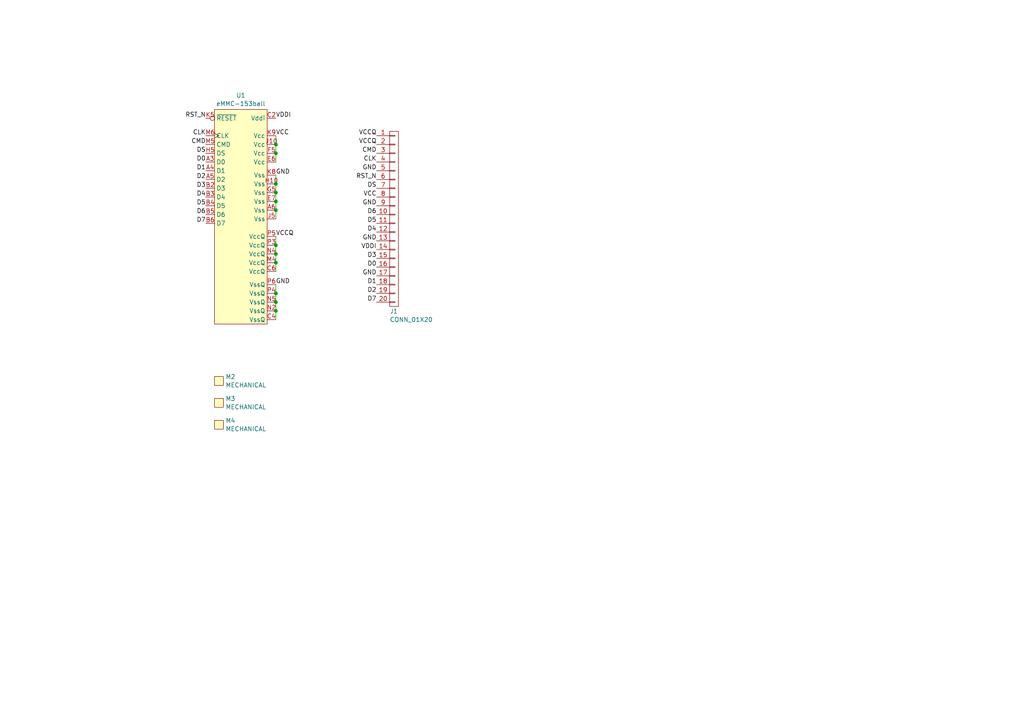
<source format=kicad_sch>
(kicad_sch (version 20231120) (generator "eeschema") (generator_version "8.0")
  (paper "A4")
  (lib_symbols
    (symbol "conn:CONN_01X20" (pin_names (offset 1.016) hide)
      (property "Reference" "J" (at 0 26.67 0))
      (property "Value" "CONN_01X20" (at 2.54 0 90))
      (symbol "CONN_01X20_0_1"
        (rectangle (start -1.27 -25.4) (end 1.27 25.4))
        (rectangle (start -1.27 -24.003) (end 0.254 -24.257))
        (rectangle (start -1.27 -21.463) (end 0.254 -21.717))
        (rectangle (start -1.27 -18.923) (end 0.254 -19.177))
        (rectangle (start -1.27 -16.383) (end 0.254 -16.637))
        (rectangle (start -1.27 -13.843) (end 0.254 -14.097))
        (rectangle (start -1.27 -11.303) (end 0.254 -11.557))
        (rectangle (start -1.27 -8.763) (end 0.254 -9.017))
        (rectangle (start -1.27 -6.223) (end 0.254 -6.477))
        (rectangle (start -1.27 -3.683) (end 0.254 -3.937))
        (rectangle (start -1.27 -1.143) (end 0.254 -1.397))
        (rectangle (start -1.27 1.397) (end 0.254 1.143))
        (rectangle (start -1.27 3.937) (end 0.254 3.683))
        (rectangle (start -1.27 6.477) (end 0.254 6.223))
        (rectangle (start -1.27 9.017) (end 0.254 8.763))
        (rectangle (start -1.27 11.557) (end 0.254 11.303))
        (rectangle (start -1.27 14.097) (end 0.254 13.843))
        (rectangle (start -1.27 16.637) (end 0.254 16.383))
        (rectangle (start -1.27 19.177) (end 0.254 18.923))
        (rectangle (start -1.27 21.717) (end 0.254 21.463))
        (rectangle (start -1.27 24.257) (end 0.254 24.003))
      )
      (symbol "CONN_01X20_1_1"
        (pin passive line (at -5.08 24.13 0) (length 3.81) (name "P1") (number "1"))
        (pin passive line (at -5.08 1.27 0) (length 3.81) (name "P10") (number "10"))
        (pin passive line (at -5.08 -1.27 0) (length 3.81) (name "P11") (number "11"))
        (pin passive line (at -5.08 -3.81 0) (length 3.81) (name "P12") (number "12"))
        (pin passive line (at -5.08 -6.35 0) (length 3.81) (name "P13") (number "13"))
        (pin passive line (at -5.08 -8.89 0) (length 3.81) (name "P14") (number "14"))
        (pin passive line (at -5.08 -11.43 0) (length 3.81) (name "P15") (number "15"))
        (pin passive line (at -5.08 -13.97 0) (length 3.81) (name "P16") (number "16"))
        (pin passive line (at -5.08 -16.51 0) (length 3.81) (name "P17") (number "17"))
        (pin passive line (at -5.08 -19.05 0) (length 3.81) (name "P18") (number "18"))
        (pin passive line (at -5.08 -21.59 0) (length 3.81) (name "P19") (number "19"))
        (pin passive line (at -5.08 21.59 0) (length 3.81) (name "P2") (number "2"))
        (pin passive line (at -5.08 -24.13 0) (length 3.81) (name "P20") (number "20"))
        (pin passive line (at -5.08 19.05 0) (length 3.81) (name "P3") (number "3"))
        (pin passive line (at -5.08 16.51 0) (length 3.81) (name "P4") (number "4"))
        (pin passive line (at -5.08 13.97 0) (length 3.81) (name "P5") (number "5"))
        (pin passive line (at -5.08 11.43 0) (length 3.81) (name "P6") (number "6"))
        (pin passive line (at -5.08 8.89 0) (length 3.81) (name "P7") (number "7"))
        (pin passive line (at -5.08 6.35 0) (length 3.81) (name "P8") (number "8"))
        (pin passive line (at -5.08 3.81 0) (length 3.81) (name "P9") (number "9"))
      )
    )
    (symbol "lain:eMMC-153ball"
      (property "Reference" "U" (at 7.62 3.81 0))
      (property "Value" "eMMC-153ball" (at 7.62 -61.214 0))
      (symbol "eMMC-153ball_0_1"
        (rectangle (start 0 2.54) (end 15.24 -59.69) (stroke (width 0.1524)) (fill (type background)))
      )
      (symbol "eMMC-153ball_1_1"
        (pin bidirectional line (at -2.54 -12.7 0) (length 2.54) (name "D0") (number "A3"))
        (pin bidirectional line (at -2.54 -15.24 0) (length 2.54) (name "D1") (number "A4"))
        (pin bidirectional line (at -2.54 -17.78 0) (length 2.54) (name "D2") (number "A5"))
        (pin power_in line (at 17.78 -26.67 180) (length 2.54) (name "Vss") (number "A6"))
        (pin bidirectional line (at -2.54 -20.32 0) (length 2.54) (name "D3") (number "B2"))
        (pin bidirectional line (at -2.54 -22.86 0) (length 2.54) (name "D4") (number "B3"))
        (pin bidirectional line (at -2.54 -25.4 0) (length 2.54) (name "D5") (number "B4"))
        (pin bidirectional line (at -2.54 -27.94 0) (length 2.54) (name "D6") (number "B5"))
        (pin bidirectional line (at -2.54 -30.48 0) (length 2.54) (name "D7") (number "B6"))
        (pin power_out line (at 17.78 0 180) (length 2.54) (name "Vddi") (number "C2"))
        (pin power_in line (at 17.78 -58.42 180) (length 2.54) (name "VssQ") (number "C4"))
        (pin power_in line (at 17.78 -44.45 180) (length 2.54) (name "VccQ") (number "C6"))
        (pin power_in line (at 17.78 -12.7 180) (length 2.54) (name "Vcc") (number "E6"))
        (pin power_in line (at 17.78 -24.13 180) (length 2.54) (name "Vss") (number "E7"))
        (pin power_in line (at 17.78 -10.16 180) (length 2.54) (name "Vcc") (number "F5"))
        (pin power_in line (at 17.78 -21.59 180) (length 2.54) (name "Vss") (number "G5"))
        (pin power_in line (at 17.78 -19.05 180) (length 2.54) (name "Vss") (number "H10"))
        (pin output line (at -2.54 -10.16 0) (length 2.54) (name "DS") (number "H5"))
        (pin power_in line (at 17.78 -7.62 180) (length 2.54) (name "Vcc") (number "J10"))
        (pin power_in line (at 17.78 -29.21 180) (length 2.54) (name "Vss") (number "J5"))
        (pin input inverted (at -2.54 0 0) (length 2.54) (name "~{RESET}") (number "K5"))
        (pin power_in line (at 17.78 -16.51 180) (length 2.54) (name "Vss") (number "K8"))
        (pin power_in line (at 17.78 -5.08 180) (length 2.54) (name "Vcc") (number "K9"))
        (pin power_in line (at 17.78 -41.91 180) (length 2.54) (name "VccQ") (number "M4"))
        (pin bidirectional line (at -2.54 -7.62 0) (length 2.54) (name "CMD") (number "M5"))
        (pin input clock (at -2.54 -5.08 0) (length 2.54) (name "CLK") (number "M6"))
        (pin power_in line (at 17.78 -55.88 180) (length 2.54) (name "VssQ") (number "N2"))
        (pin power_in line (at 17.78 -39.37 180) (length 2.54) (name "VccQ") (number "N4"))
        (pin power_in line (at 17.78 -53.34 180) (length 2.54) (name "VssQ") (number "N5"))
        (pin power_in line (at 17.78 -36.83 180) (length 2.54) (name "VccQ") (number "P3"))
        (pin power_in line (at 17.78 -50.8 180) (length 2.54) (name "VssQ") (number "P4"))
        (pin power_in line (at 17.78 -34.29 180) (length 2.54) (name "VccQ") (number "P5"))
        (pin power_in line (at 17.78 -48.26 180) (length 2.54) (name "VssQ") (number "P6"))
      )
    )
    (symbol "special-azonenberg:MECHANICAL" (pin_names (offset 1.016))
      (property "Reference" "M" (at 0 -2.54 0))
      (property "Value" "MECHANICAL" (at 0 -5.08 0))
      (symbol "MECHANICAL_0_1"
        (rectangle (start 0 1.27) (end 2.54 -1.27) (fill (type background)))
      )
    )
  )
  (junction (at 80.01 44.45))
  (junction (at 80.01 58.42))
  (junction (at 80.01 73.66))
  (junction (at 80.01 87.63))
  (junction (at 80.01 76.2))
  (junction (at 80.01 71.12))
  (junction (at 80.01 85.09))
  (junction (at 80.01 55.88))
  (junction (at 80.01 60.96))
  (junction (at 80.01 41.91))
  (junction (at 80.01 53.34))
  (junction (at 80.01 90.17))
  (wire (pts (xy 80.01 55.88) (xy 80.01 58.42)))
  (wire (pts (xy 80.01 53.34) (xy 80.01 55.88)))
  (wire (pts (xy 80.01 41.91) (xy 80.01 44.45)))
  (wire (pts (xy 80.01 76.2) (xy 80.01 78.74)))
  (wire (pts (xy 80.01 85.09) (xy 80.01 87.63)))
  (wire (pts (xy 80.01 60.96) (xy 80.01 63.5)))
  (wire (pts (xy 80.01 90.17) (xy 80.01 92.71)))
  (wire (pts (xy 80.01 44.45) (xy 80.01 46.99)))
  (wire (pts (xy 80.01 68.58) (xy 80.01 71.12)))
  (wire (pts (xy 80.01 39.37) (xy 80.01 41.91)))
  (wire (pts (xy 80.01 58.42) (xy 80.01 60.96)))
  (wire (pts (xy 80.01 50.8) (xy 80.01 53.34)))
  (wire (pts (xy 80.01 87.63) (xy 80.01 90.17)))
  (wire (pts (xy 80.01 73.66) (xy 80.01 76.2)))
  (wire (pts (xy 80.01 82.55) (xy 80.01 85.09)))
  (wire (pts (xy 80.01 71.12) (xy 80.01 73.66)))
  (label "VCC" (at 109.22 57.15 180))
  (label "VCCQ" (at 109.22 39.37 180))
  (label "D3" (at 109.22 74.93 180))
  (label "DS" (at 59.69 44.45 180))
  (label "GND" (at 80.01 50.8 0))
  (label "D2" (at 59.69 52.07 180))
  (label "GND" (at 109.22 69.85 180))
  (label "D7" (at 59.69 64.77 180))
  (label "DS" (at 109.22 54.61 180))
  (label "VCCQ" (at 80.01 68.58 0))
  (label "GND" (at 109.22 80.01 180))
  (label "D4" (at 59.69 57.15 180))
  (label "CMD" (at 59.69 41.91 180))
  (label "VDDI" (at 80.01 34.29 0))
  (label "VCCQ" (at 109.22 41.91 180))
  (label "D6" (at 59.69 62.23 180))
  (label "D0" (at 109.22 77.47 180))
  (label "D6" (at 109.22 62.23 180))
  (label "D0" (at 59.69 46.99 180))
  (label "D2" (at 109.22 85.09 180))
  (label "D7" (at 109.22 87.63 180))
  (label "VDDI" (at 109.22 72.39 180))
  (label "CMD" (at 109.22 44.45 180))
  (label "CLK" (at 109.22 46.99 180))
  (label "RST_N" (at 59.69 34.29 180))
  (label "GND" (at 109.22 59.69 180))
  (label "D5" (at 59.69 59.69 180))
  (label "RST_N" (at 109.22 52.07 180))
  (label "VCC" (at 80.01 39.37 0))
  (label "D5" (at 109.22 64.77 180))
  (label "D1" (at 109.22 82.55 180))
  (label "GND" (at 80.01 82.55 0))
  (label "D3" (at 59.69 54.61 180))
  (label "D4" (at 109.22 67.31 180))
  (label "GND" (at 109.22 49.53 180))
  (label "D1" (at 59.69 49.53 180))
  (label "CLK" (at 59.69 39.37 180))
  (symbol (lib_id "lain:eMMC-153ball") (at 62.23 34.29 0) (unit 1)
    (property "Reference" "U1" (at 69.85 27.6563 0))
    (property "Value" "eMMC-153ball" (at 69.85 30.0806 0))
    (property "Footprint" "azonenberg_pcb:BGA_153_14x14_EMMC_BA_0.5MM_NCDEPOP_REVERSE" (effects (hide yes)))
  )
  (symbol (lib_id "special-azonenberg:MECHANICAL") (at 62.23 123.19 0) (unit 1)
    (property "Reference" "M4" (at 65.405 121.9778 0) (effects (justify left)))
    (property "Value" "MECHANICAL" (at 65.405 124.4021 0) (effects (justify left)))
    (property "Footprint" "w_logo:Logo_silk_ROHS_5x2.8mm" (effects (hide yes)))
  )
  (symbol (lib_id "special-azonenberg:MECHANICAL") (at 62.23 110.49 0) (unit 1)
    (property "Reference" "M2" (at 65.405 109.2778 0) (effects (justify left)))
    (property "Value" "MECHANICAL" (at 65.405 111.7021 0) (effects (justify left)))
    (property "Footprint" "w_logo:Logo_silk_OSHW_6x6mm" (effects (hide yes)))
  )
  (symbol (lib_id "conn:CONN_01X20") (at 114.3 63.5 0) (unit 1)
    (property "Reference" "J1" (at 113.03 90.2857 0) (effects (justify left)))
    (property "Value" "CONN_01X20" (at 113.03 92.71 0) (effects (justify left)))
    (property "Footprint" "azonenberg_pcb:CONN_FFC_0.5MM_3.5MM_1x20_2MM" (effects (hide yes)))
    (property "Description" "Connector, single row, 01x20, pin header" (effects (hide yes)))
  )
  (symbol (lib_id "special-azonenberg:MECHANICAL") (at 62.23 116.84 0) (unit 1)
    (property "Reference" "M3" (at 65.405 115.6278 0) (effects (justify left)))
    (property "Value" "MECHANICAL" (at 65.405 118.0521 0) (effects (justify left)))
    (property "Footprint" "w_logo:Logo_silk_WEEE_3.4x5mm" (effects (hide yes)))
  )
)
</source>
